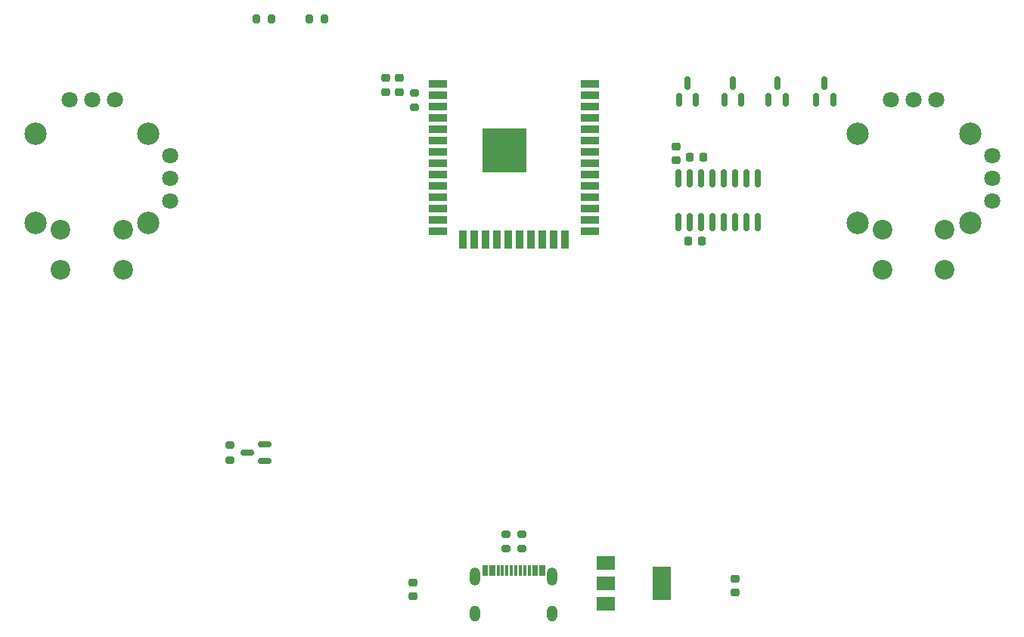
<source format=gbr>
%TF.GenerationSoftware,KiCad,Pcbnew,(6.0.5)*%
%TF.CreationDate,2022-05-19T20:55:00+02:00*%
%TF.ProjectId,hardware-remote-v2,68617264-7761-4726-952d-72656d6f7465,rev?*%
%TF.SameCoordinates,Original*%
%TF.FileFunction,Paste,Top*%
%TF.FilePolarity,Positive*%
%FSLAX46Y46*%
G04 Gerber Fmt 4.6, Leading zero omitted, Abs format (unit mm)*
G04 Created by KiCad (PCBNEW (6.0.5)) date 2022-05-19 20:55:00*
%MOMM*%
%LPD*%
G01*
G04 APERTURE LIST*
G04 Aperture macros list*
%AMRoundRect*
0 Rectangle with rounded corners*
0 $1 Rounding radius*
0 $2 $3 $4 $5 $6 $7 $8 $9 X,Y pos of 4 corners*
0 Add a 4 corners polygon primitive as box body*
4,1,4,$2,$3,$4,$5,$6,$7,$8,$9,$2,$3,0*
0 Add four circle primitives for the rounded corners*
1,1,$1+$1,$2,$3*
1,1,$1+$1,$4,$5*
1,1,$1+$1,$6,$7*
1,1,$1+$1,$8,$9*
0 Add four rect primitives between the rounded corners*
20,1,$1+$1,$2,$3,$4,$5,0*
20,1,$1+$1,$4,$5,$6,$7,0*
20,1,$1+$1,$6,$7,$8,$9,0*
20,1,$1+$1,$8,$9,$2,$3,0*%
G04 Aperture macros list end*
%ADD10C,1.800000*%
%ADD11C,2.500000*%
%ADD12C,2.200000*%
%ADD13O,1.200000X2.000000*%
%ADD14O,1.200000X1.800000*%
%ADD15R,0.300000X1.300000*%
%ADD16RoundRect,0.150000X0.150000X-0.825000X0.150000X0.825000X-0.150000X0.825000X-0.150000X-0.825000X0*%
%ADD17RoundRect,0.225000X0.225000X0.250000X-0.225000X0.250000X-0.225000X-0.250000X0.225000X-0.250000X0*%
%ADD18RoundRect,0.225000X-0.250000X0.225000X-0.250000X-0.225000X0.250000X-0.225000X0.250000X0.225000X0*%
%ADD19RoundRect,0.225000X-0.225000X-0.250000X0.225000X-0.250000X0.225000X0.250000X-0.225000X0.250000X0*%
%ADD20RoundRect,0.225000X0.250000X-0.225000X0.250000X0.225000X-0.250000X0.225000X-0.250000X-0.225000X0*%
%ADD21R,2.000000X1.500000*%
%ADD22R,2.000000X3.800000*%
%ADD23RoundRect,0.200000X-0.275000X0.200000X-0.275000X-0.200000X0.275000X-0.200000X0.275000X0.200000X0*%
%ADD24RoundRect,0.200000X0.200000X0.275000X-0.200000X0.275000X-0.200000X-0.275000X0.200000X-0.275000X0*%
%ADD25R,2.000000X0.900000*%
%ADD26R,0.900000X2.000000*%
%ADD27R,5.000000X5.000000*%
%ADD28RoundRect,0.150000X0.150000X-0.587500X0.150000X0.587500X-0.150000X0.587500X-0.150000X-0.587500X0*%
%ADD29RoundRect,0.150000X0.587500X0.150000X-0.587500X0.150000X-0.587500X-0.150000X0.587500X-0.150000X0*%
%ADD30RoundRect,0.200000X-0.200000X-0.275000X0.200000X-0.275000X0.200000X0.275000X-0.200000X0.275000X0*%
%ADD31RoundRect,0.200000X0.275000X-0.200000X0.275000X0.200000X-0.275000X0.200000X-0.275000X-0.200000X0*%
G04 APERTURE END LIST*
D10*
%TO.C,SW2*%
X53530000Y18240000D03*
X53530000Y20780000D03*
X53530000Y23320000D03*
X47340000Y29510000D03*
X44800000Y29510000D03*
X42260000Y29510000D03*
D11*
X38470000Y25780000D03*
X38470000Y15780000D03*
X51120000Y15780000D03*
X51120000Y25780000D03*
D12*
X41280000Y14990000D03*
X48280000Y14990000D03*
X41280000Y10490000D03*
X48280000Y10490000D03*
%TD*%
D10*
%TO.C,SW1*%
X-38470000Y18240000D03*
X-38470000Y20780000D03*
X-38470000Y23320000D03*
X-44660000Y29510000D03*
X-47200000Y29510000D03*
X-49740000Y29510000D03*
D11*
X-53530000Y25780000D03*
X-53530000Y15780000D03*
X-40880000Y15780000D03*
X-40880000Y25780000D03*
D12*
X-50720000Y14990000D03*
X-43720000Y14990000D03*
X-50720000Y10490000D03*
X-43720000Y10490000D03*
%TD*%
D13*
%TO.C,USB1*%
X-4320000Y-23855000D03*
X4320000Y-23855000D03*
D14*
X4320000Y-28045000D03*
X-4320000Y-28045000D03*
D15*
X1250000Y-23205000D03*
X3350000Y-23205000D03*
X3050000Y-23205000D03*
X2550000Y-23215000D03*
X2250000Y-23215000D03*
X1750000Y-23205000D03*
X750000Y-23205000D03*
X250000Y-23205000D03*
X-250000Y-23205000D03*
X-750000Y-23205000D03*
X-1250000Y-23205000D03*
X-1750000Y-23205000D03*
X-2250000Y-23205000D03*
X-2550000Y-23205000D03*
X-3050000Y-23205000D03*
X-3350000Y-23205000D03*
%TD*%
D16*
%TO.C,U3*%
X18455000Y15800000D03*
X19725000Y15800000D03*
X20995000Y15800000D03*
X22265000Y15800000D03*
X23535000Y15800000D03*
X24805000Y15800000D03*
X26075000Y15800000D03*
X27345000Y15800000D03*
X27345000Y20750000D03*
X26075000Y20750000D03*
X24805000Y20750000D03*
X23535000Y20750000D03*
X22265000Y20750000D03*
X20995000Y20750000D03*
X19725000Y20750000D03*
X18455000Y20750000D03*
%TD*%
D17*
%TO.C,C7*%
X21225000Y23150000D03*
X19675000Y23150000D03*
%TD*%
D18*
%TO.C,C6*%
X18175000Y24325000D03*
X18175000Y22775000D03*
%TD*%
D19*
%TO.C,C5*%
X19550000Y13725000D03*
X21100000Y13725000D03*
%TD*%
D18*
%TO.C,C1*%
X-12775000Y31975000D03*
X-12775000Y30425000D03*
%TD*%
D20*
%TO.C,C3*%
X-11325000Y-26100000D03*
X-11325000Y-24550000D03*
%TD*%
D21*
%TO.C,U2*%
X10300000Y-22350000D03*
X10300000Y-24650000D03*
D22*
X16600000Y-24650000D03*
D21*
X10300000Y-26950000D03*
%TD*%
D23*
%TO.C,R6*%
X875000Y-19100000D03*
X875000Y-20750000D03*
%TD*%
%TO.C,R1*%
X-11075000Y30350000D03*
X-11075000Y28700000D03*
%TD*%
D24*
%TO.C,R2*%
X-21200000Y38575000D03*
X-22850000Y38575000D03*
%TD*%
D25*
%TO.C,U1*%
X-8500000Y31369000D03*
X-8500000Y30099000D03*
X-8500000Y28829000D03*
X-8500000Y27559000D03*
X-8500000Y26289000D03*
X-8500000Y25019000D03*
X-8500000Y23749000D03*
X-8500000Y22479000D03*
X-8500000Y21209000D03*
X-8500000Y19939000D03*
X-8500000Y18669000D03*
X-8500000Y17399000D03*
X-8500000Y16129000D03*
X-8500000Y14859000D03*
D26*
X-5715000Y13859000D03*
X-4445000Y13859000D03*
X-3175000Y13859000D03*
X-1905000Y13859000D03*
X-635000Y13859000D03*
X635000Y13859000D03*
X1905000Y13859000D03*
X3175000Y13859000D03*
X4445000Y13859000D03*
X5715000Y13859000D03*
D25*
X8500000Y14859000D03*
X8500000Y16129000D03*
X8500000Y17399000D03*
X8500000Y18669000D03*
X8500000Y19939000D03*
X8500000Y21209000D03*
X8500000Y22479000D03*
X8500000Y23749000D03*
X8500000Y25019000D03*
X8500000Y26289000D03*
X8500000Y27559000D03*
X8500000Y28829000D03*
X8500000Y30099000D03*
X8500000Y31369000D03*
D27*
X-1000000Y23869000D03*
%TD*%
D28*
%TO.C,D2*%
X23600000Y29562500D03*
X25500000Y29562500D03*
X24550000Y31437500D03*
%TD*%
D20*
%TO.C,C4*%
X24825000Y-25650000D03*
X24825000Y-24100000D03*
%TD*%
D28*
%TO.C,D4*%
X33850000Y29562500D03*
X35750000Y29562500D03*
X34800000Y31437500D03*
%TD*%
D23*
%TO.C,R4*%
X-31800000Y-9175000D03*
X-31800000Y-10825000D03*
%TD*%
D29*
%TO.C,Q1*%
X-27912500Y-10950000D03*
X-27912500Y-9050000D03*
X-29787500Y-10000000D03*
%TD*%
D30*
%TO.C,R3*%
X-28775000Y38600000D03*
X-27125000Y38600000D03*
%TD*%
D31*
%TO.C,R5*%
X-875000Y-20750000D03*
X-875000Y-19100000D03*
%TD*%
D28*
%TO.C,D1*%
X18500000Y29562500D03*
X20400000Y29562500D03*
X19450000Y31437500D03*
%TD*%
D18*
%TO.C,C2*%
X-14350000Y31975000D03*
X-14350000Y30425000D03*
%TD*%
D28*
%TO.C,D3*%
X28550000Y29562500D03*
X30450000Y29562500D03*
X29500000Y31437500D03*
%TD*%
M02*

</source>
